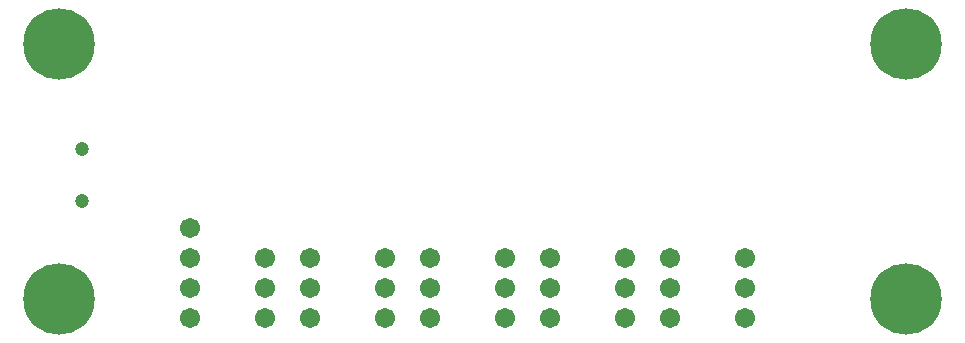
<source format=gbs>
G04 EAGLE Gerber RS-274X export*
G75*
%MOMM*%
%FSLAX34Y34*%
%LPD*%
%INBottom Soldermask*%
%IPPOS*%
%AMOC8*
5,1,8,0,0,1.08239X$1,22.5*%
G01*
%ADD10C,1.203200*%
%ADD11C,1.703200*%
%ADD12C,6.045200*%


D10*
X60800Y168050D03*
X60800Y124050D03*
D11*
X215900Y76200D03*
X215900Y50800D03*
X215900Y25400D03*
X317500Y76200D03*
X317500Y50800D03*
X317500Y25400D03*
X419100Y76200D03*
X419100Y50800D03*
X419100Y25400D03*
X520700Y76200D03*
X520700Y50800D03*
X520700Y25400D03*
X622300Y76200D03*
X622300Y50800D03*
X622300Y25400D03*
X254000Y76200D03*
X254000Y50800D03*
X254000Y25400D03*
X355600Y76200D03*
X355600Y50800D03*
X355600Y25400D03*
X457200Y76200D03*
X457200Y50800D03*
X457200Y25400D03*
X558800Y76200D03*
X558800Y50800D03*
X558800Y25400D03*
X152400Y76200D03*
X152400Y50800D03*
X152400Y25400D03*
X152400Y101600D03*
D12*
X41275Y41275D03*
X41275Y257175D03*
X758825Y257175D03*
X758825Y41275D03*
M02*

</source>
